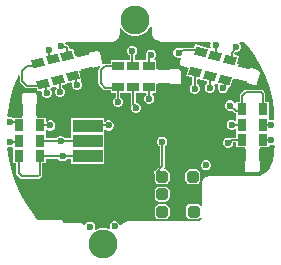
<source format=gtl>
G04*
G04 #@! TF.GenerationSoftware,Altium Limited,Altium Designer,23.3.1 (30)*
G04*
G04 Layer_Physical_Order=1*
G04 Layer_Color=255*
%FSLAX25Y25*%
%MOIN*%
G70*
G04*
G04 #@! TF.SameCoordinates,31E1B7B5-1CAE-4E1F-A508-08906AB7C5AB*
G04*
G04*
G04 #@! TF.FilePolarity,Positive*
G04*
G01*
G75*
%ADD26R,0.02756X0.03937*%
%ADD27R,0.02756X0.03937*%
G04:AMPARAMS|DCode=28|XSize=27.56mil|YSize=39.37mil|CornerRadius=0mil|HoleSize=0mil|Usage=FLASHONLY|Rotation=255.000|XOffset=0mil|YOffset=0mil|HoleType=Round|Shape=Rectangle|*
%AMROTATEDRECTD28*
4,1,4,-0.01545,0.01841,0.02258,0.00822,0.01545,-0.01841,-0.02258,-0.00822,-0.01545,0.01841,0.0*
%
%ADD28ROTATEDRECTD28*%

G04:AMPARAMS|DCode=29|XSize=27.56mil|YSize=39.37mil|CornerRadius=0mil|HoleSize=0mil|Usage=FLASHONLY|Rotation=255.000|XOffset=0mil|YOffset=0mil|HoleType=Round|Shape=Rectangle|*
%AMROTATEDRECTD29*
4,1,4,-0.01545,0.01841,0.02258,0.00822,0.01545,-0.01841,-0.02258,-0.00822,-0.01545,0.01841,0.0*
%
%ADD29ROTATEDRECTD29*%

%ADD30R,0.03937X0.02756*%
%ADD31R,0.03937X0.02756*%
G04:AMPARAMS|DCode=32|XSize=27.56mil|YSize=39.37mil|CornerRadius=0mil|HoleSize=0mil|Usage=FLASHONLY|Rotation=285.000|XOffset=0mil|YOffset=0mil|HoleType=Round|Shape=Rectangle|*
%AMROTATEDRECTD32*
4,1,4,-0.02258,0.00822,0.01545,0.01841,0.02258,-0.00822,-0.01545,-0.01841,-0.02258,0.00822,0.0*
%
%ADD32ROTATEDRECTD32*%

G04:AMPARAMS|DCode=33|XSize=27.56mil|YSize=39.37mil|CornerRadius=0mil|HoleSize=0mil|Usage=FLASHONLY|Rotation=285.000|XOffset=0mil|YOffset=0mil|HoleType=Round|Shape=Rectangle|*
%AMROTATEDRECTD33*
4,1,4,-0.02258,0.00822,0.01545,0.01841,0.02258,-0.00822,-0.01545,-0.01841,-0.02258,0.00822,0.0*
%
%ADD33ROTATEDRECTD33*%

%ADD34R,0.09843X0.03937*%
%ADD35C,0.00500*%
G04:AMPARAMS|DCode=36|XSize=39.37mil|YSize=39.37mil|CornerRadius=9.84mil|HoleSize=0mil|Usage=FLASHONLY|Rotation=0.000|XOffset=0mil|YOffset=0mil|HoleType=Round|Shape=RoundedRectangle|*
%AMROUNDEDRECTD36*
21,1,0.03937,0.01968,0,0,0.0*
21,1,0.01968,0.03937,0,0,0.0*
1,1,0.01968,0.00984,-0.00984*
1,1,0.01968,-0.00984,-0.00984*
1,1,0.01968,-0.00984,0.00984*
1,1,0.01968,0.00984,0.00984*
%
%ADD36ROUNDEDRECTD36*%
G04:AMPARAMS|DCode=37|XSize=39.37mil|YSize=39.37mil|CornerRadius=9.84mil|HoleSize=0mil|Usage=FLASHONLY|Rotation=90.000|XOffset=0mil|YOffset=0mil|HoleType=Round|Shape=RoundedRectangle|*
%AMROUNDEDRECTD37*
21,1,0.03937,0.01968,0,0,90.0*
21,1,0.01968,0.03937,0,0,90.0*
1,1,0.01968,0.00984,0.00984*
1,1,0.01968,0.00984,-0.00984*
1,1,0.01968,-0.00984,-0.00984*
1,1,0.01968,-0.00984,0.00984*
%
%ADD37ROUNDEDRECTD37*%
%ADD38C,0.09600*%
%ADD39C,0.02362*%
G36*
X368146Y357958D02*
X368148Y356134D01*
X368159Y356082D01*
X368155Y356028D01*
X368220Y355546D01*
X368258Y355434D01*
X368286Y355318D01*
X368669Y354486D01*
X368769Y354347D01*
X368852Y354232D01*
X368852Y354232D01*
X368852Y354232D01*
X368852Y354232D01*
X369524Y353609D01*
X369650Y353532D01*
X369791Y353445D01*
X370650Y353127D01*
X370766Y353108D01*
X370880Y353078D01*
X371339Y353050D01*
X371364Y353053D01*
X371388Y353048D01*
X387576Y353049D01*
X387897Y352549D01*
X387760Y352217D01*
Y351549D01*
X387881Y351257D01*
X387814Y351181D01*
X387497Y350842D01*
X387014Y350971D01*
X382554Y352166D01*
X382246Y351018D01*
X378457D01*
X378457Y351018D01*
X378165Y350960D01*
X377997Y350848D01*
X377434Y351081D01*
X376766D01*
X376148Y350825D01*
X375675Y350352D01*
X375419Y349734D01*
Y349066D01*
X375675Y348448D01*
X376148Y347975D01*
X376766Y347719D01*
X377434D01*
X377662Y347813D01*
X378081Y347446D01*
X377694Y346001D01*
X377694Y346001D01*
X377674Y345689D01*
X377774Y345392D01*
X377981Y345157D01*
X378262Y345018D01*
X380479Y344424D01*
X379742Y341674D01*
X381735Y341140D01*
Y338903D01*
X381548Y338825D01*
X381075Y338352D01*
X380819Y337734D01*
Y337066D01*
X381075Y336448D01*
X381548Y335975D01*
X382166Y335719D01*
X382834D01*
X383452Y335975D01*
X383925Y336448D01*
X384181Y337066D01*
Y337734D01*
X383925Y338352D01*
X383452Y338825D01*
X383265Y338903D01*
Y340320D01*
X383661Y340624D01*
X384203Y340479D01*
X384511Y340396D01*
Y340396D01*
X384686Y340350D01*
X384686Y340350D01*
X386735Y339800D01*
Y339203D01*
X386548Y339125D01*
X386075Y338652D01*
X385819Y338034D01*
Y337366D01*
X386075Y336748D01*
X386548Y336275D01*
X387166Y336019D01*
X387834D01*
X388452Y336275D01*
X388925Y336748D01*
X389181Y337366D01*
Y338034D01*
X388993Y338488D01*
X389191Y338943D01*
X389263Y339021D01*
X389455Y339072D01*
X390233Y338863D01*
X390411Y338298D01*
X390219Y337834D01*
Y337166D01*
X390475Y336548D01*
X390948Y336075D01*
X391566Y335819D01*
X392234D01*
X392852Y336075D01*
X393325Y336548D01*
X393581Y337166D01*
Y337449D01*
X394081Y337832D01*
X394398Y337747D01*
X395135Y340497D01*
X402258Y338588D01*
X402258Y338588D01*
X402570Y338568D01*
X402867Y338669D01*
X403103Y338875D01*
X403241Y339156D01*
X404158Y342579D01*
X404158Y342579D01*
X404179Y342891D01*
X404078Y343188D01*
X403871Y343423D01*
X403590Y343562D01*
X396468Y345470D01*
X397210Y348239D01*
X395802Y348616D01*
X395726Y349141D01*
X396204Y349619D01*
X396634D01*
X397252Y349875D01*
X397725Y350348D01*
X397981Y350966D01*
Y351634D01*
X397725Y352252D01*
X397429Y352549D01*
X397636Y353049D01*
X399041Y353049D01*
X400277Y351541D01*
X402540Y348238D01*
X404513Y344755D01*
X406183Y341115D01*
X406859Y339231D01*
X406865Y339222D01*
X406867Y339211D01*
X407106Y338598D01*
X407530Y337353D01*
X407900Y336090D01*
X408214Y334813D01*
X408343Y334168D01*
X408466Y333552D01*
X408659Y332311D01*
X408798Y331062D01*
X408882Y329808D01*
X408897Y329181D01*
X408907Y329139D01*
X408904Y329097D01*
X409004Y328320D01*
X409089Y327321D01*
X408617Y326976D01*
X408362Y327081D01*
X407693D01*
X407600Y327042D01*
X407184Y327320D01*
Y327869D01*
X407184D01*
Y328050D01*
X407184D01*
Y332987D01*
X405965D01*
Y335700D01*
X405906Y335993D01*
X405741Y336241D01*
X405121Y336860D01*
X404873Y337026D01*
X404581Y337084D01*
X399542D01*
X399249Y337026D01*
X399001Y336860D01*
X399001Y336860D01*
X397659Y335518D01*
X397494Y335270D01*
X397435Y334977D01*
Y332987D01*
X396322D01*
Y332688D01*
X395822Y332589D01*
X395775Y332702D01*
X395302Y333175D01*
X394684Y333431D01*
X394016D01*
X393398Y333175D01*
X392925Y332702D01*
X392669Y332084D01*
Y331416D01*
X392925Y330798D01*
X393398Y330325D01*
X394016Y330069D01*
X394684D01*
X394872Y330147D01*
X395559Y329459D01*
X395559Y329459D01*
X395807Y329293D01*
X396100Y329235D01*
X396322D01*
Y328050D01*
X396322D01*
Y327869D01*
X396322D01*
Y326962D01*
X395822Y326755D01*
X395752Y326825D01*
X395134Y327081D01*
X394466D01*
X393848Y326825D01*
X393375Y326352D01*
X393119Y325734D01*
Y325066D01*
X393375Y324448D01*
X393848Y323975D01*
X394466Y323719D01*
X395134D01*
X395752Y323975D01*
X395822Y324045D01*
X396322Y323837D01*
Y322932D01*
X396322D01*
Y322750D01*
X396322D01*
Y321047D01*
X395086D01*
X394793Y320988D01*
X394588Y320852D01*
X394034Y321081D01*
X393366D01*
X392748Y320825D01*
X392275Y320352D01*
X392019Y319734D01*
Y319066D01*
X392275Y318448D01*
X392748Y317975D01*
X393366Y317719D01*
X394034D01*
X394652Y317975D01*
X395125Y318448D01*
X395381Y319066D01*
Y319496D01*
X395403Y319517D01*
X396322D01*
Y317813D01*
X399169D01*
Y310439D01*
X399230Y310132D01*
X399404Y309872D01*
X399664Y309698D01*
X399972Y309636D01*
X403515D01*
X403822Y309698D01*
X404083Y309872D01*
X404257Y310132D01*
X404318Y310439D01*
Y317813D01*
X407184D01*
Y318295D01*
X407600Y318573D01*
X407705Y318529D01*
X408374D01*
X408641Y318640D01*
X409114Y318295D01*
X409007Y317017D01*
X408904Y316201D01*
X408905Y316183D01*
X408900Y316165D01*
X408867Y315760D01*
X408765Y314953D01*
X408629Y314152D01*
X408457Y313357D01*
X408354Y312964D01*
X408354Y312964D01*
X408353Y312963D01*
X408250Y312566D01*
X407945Y311804D01*
X407549Y311086D01*
X407066Y310422D01*
X406504Y309824D01*
X405872Y309300D01*
X405180Y308859D01*
X404439Y308508D01*
X404171Y308420D01*
X398251Y308420D01*
X387883D01*
X387842Y308412D01*
X387800Y308416D01*
X387356Y308370D01*
X387244Y308335D01*
X387129Y308312D01*
X386308Y307970D01*
X386180Y307884D01*
X386050Y307797D01*
X385421Y307168D01*
X385333Y307037D01*
X385247Y306909D01*
X384905Y306088D01*
X384882Y305973D01*
X384847Y305861D01*
X384801Y305417D01*
X384805Y305375D01*
X384797Y305335D01*
X384797Y303026D01*
Y298392D01*
X384297Y298240D01*
X384154Y298454D01*
X383663Y298782D01*
X383084Y298898D01*
X381116D01*
X380537Y298782D01*
X380046Y298454D01*
X379718Y297963D01*
X379602Y297384D01*
Y295416D01*
X379718Y294837D01*
X380046Y294346D01*
X380537Y294018D01*
X381116Y293902D01*
X383084D01*
X383663Y294018D01*
X384154Y294346D01*
X384713Y294282D01*
X384781Y294211D01*
X384736Y294002D01*
X384403Y293524D01*
X383913Y293210D01*
X383697Y293171D01*
X360447D01*
X360402Y293162D01*
X360356Y293166D01*
X359893Y293113D01*
X359784Y293078D01*
X359673Y293055D01*
X358821Y292697D01*
X358693Y292611D01*
X358565Y292525D01*
X357943Y291904D01*
X357747Y291911D01*
X357433Y291983D01*
X357398Y292004D01*
X357225Y292422D01*
X356752Y292895D01*
X356134Y293150D01*
X355466D01*
X354848Y292895D01*
X354375Y292422D01*
X354119Y291804D01*
Y291135D01*
X354229Y290870D01*
X354100Y290677D01*
X353849Y290480D01*
X352600Y290815D01*
X351200D01*
X349849Y290453D01*
X349612Y290316D01*
X349215Y290664D01*
X349381Y291066D01*
Y291734D01*
X349125Y292352D01*
X348652Y292825D01*
X348034Y293081D01*
X347366D01*
X346748Y292825D01*
X346275Y292352D01*
X346195Y292160D01*
X345596Y292019D01*
X345278Y292295D01*
X345153Y292367D01*
X345006Y292450D01*
X344265Y292699D01*
X344148Y292714D01*
X344033Y292740D01*
X343641Y292752D01*
X343629Y292750D01*
X343617Y292752D01*
X338900Y292751D01*
X338840Y292751D01*
X338728Y292791D01*
X338635Y292865D01*
X338573Y292966D01*
X338560Y293024D01*
X338532Y293087D01*
X338518Y293156D01*
X338469Y293229D01*
X338433Y293310D01*
X338383Y293358D01*
X338344Y293416D01*
X338270Y293465D01*
X338206Y293526D01*
X338141Y293551D01*
X338084Y293590D01*
X337997Y293607D01*
X337914Y293639D01*
X337844Y293638D01*
X337776Y293651D01*
X330072Y293651D01*
X328883Y295157D01*
X326610Y298513D01*
X324640Y302050D01*
X322986Y305745D01*
X321658Y309570D01*
X320667Y313495D01*
X320022Y317492D01*
X320014Y317592D01*
X320490Y317936D01*
X320707Y317846D01*
X321376D01*
X321500Y317898D01*
X321526Y317880D01*
X321916Y317613D01*
Y317432D01*
X321916D01*
Y312495D01*
X323029D01*
Y309106D01*
X323087Y308814D01*
X323253Y308566D01*
X324259Y307559D01*
X324507Y307394D01*
X324800Y307335D01*
X330400D01*
X330693Y307394D01*
X330941Y307559D01*
X331441Y308059D01*
X331607Y308307D01*
X331665Y308600D01*
X331665Y308600D01*
Y312495D01*
X332778D01*
Y314035D01*
X336997D01*
X337075Y313848D01*
X337548Y313375D01*
X338166Y313119D01*
X338834D01*
X339452Y313375D01*
X339925Y313848D01*
X340003Y314035D01*
X341379D01*
Y312313D01*
X352221D01*
Y317250D01*
X352221D01*
Y317431D01*
X352221D01*
Y322050D01*
X352221Y322369D01*
X352221Y322868D01*
Y323594D01*
X352721Y323801D01*
X352848Y323675D01*
X353466Y323419D01*
X354134D01*
X354752Y323675D01*
X355225Y324148D01*
X355481Y324766D01*
Y325434D01*
X355225Y326052D01*
X354752Y326525D01*
X354134Y326781D01*
X353466D01*
X352848Y326525D01*
X352721Y326399D01*
X352221Y326606D01*
Y327487D01*
X341379D01*
Y322868D01*
X341379Y322550D01*
X341379Y322050D01*
Y320765D01*
X339303D01*
X339225Y320952D01*
X338752Y321425D01*
X338134Y321681D01*
X337466D01*
X336848Y321425D01*
X336375Y320952D01*
X336297Y320765D01*
X332778D01*
Y322550D01*
X332778D01*
Y322731D01*
X332778D01*
Y323638D01*
X333278Y323845D01*
X333448Y323675D01*
X334066Y323419D01*
X334734D01*
X335352Y323675D01*
X335825Y324148D01*
X336081Y324766D01*
Y325434D01*
X335825Y326052D01*
X335352Y326525D01*
X334734Y326781D01*
X334066D01*
X333448Y326525D01*
X333278Y326355D01*
X332778Y326562D01*
Y327668D01*
X329931D01*
Y335043D01*
X329870Y335350D01*
X329696Y335610D01*
X329436Y335784D01*
X329128Y335845D01*
X325585D01*
X325278Y335784D01*
X325017Y335610D01*
X324843Y335350D01*
X324782Y335043D01*
Y327668D01*
X321916D01*
Y327668D01*
X321893Y327653D01*
X321350Y327878D01*
X320681D01*
X320510Y327807D01*
X320042Y328155D01*
X320189Y329605D01*
X320945Y333583D01*
X322043Y337479D01*
X323476Y341266D01*
X323729Y341791D01*
X324216Y341680D01*
Y339877D01*
X324275Y339584D01*
X324440Y339336D01*
X325965Y337811D01*
X326213Y337646D01*
X326506Y337587D01*
X329795D01*
X330097Y336458D01*
X331188Y336751D01*
X331556Y336331D01*
X331498Y336193D01*
Y335524D01*
X331754Y334906D01*
X332227Y334433D01*
X332845Y334177D01*
X333514D01*
X334132Y334433D01*
X334604Y334906D01*
X334860Y335524D01*
Y336193D01*
X334604Y336811D01*
X334338Y337077D01*
X334488Y337635D01*
X335041Y337783D01*
X335041Y337783D01*
Y337783D01*
X336043Y338051D01*
X336513Y337660D01*
X336502Y337479D01*
X336175Y337152D01*
X335919Y336534D01*
Y335866D01*
X336175Y335248D01*
X336648Y334775D01*
X337266Y334519D01*
X337934D01*
X338552Y334775D01*
X339025Y335248D01*
X339281Y335866D01*
Y336534D01*
X339025Y337152D01*
X338552Y337625D01*
X338365Y337703D01*
Y338674D01*
X339810Y339061D01*
X339810Y339061D01*
X339985Y339108D01*
X339985Y339108D01*
X340293Y339190D01*
X341295Y339459D01*
X341663Y339040D01*
X341619Y338934D01*
Y338266D01*
X341875Y337648D01*
X342348Y337175D01*
X342966Y336919D01*
X343634D01*
X344252Y337175D01*
X344725Y337648D01*
X344981Y338266D01*
Y338934D01*
X344725Y339552D01*
X344482Y339795D01*
X344632Y340353D01*
X344753Y340385D01*
X344017Y343135D01*
X350776Y344946D01*
X351034Y344498D01*
X350622Y344085D01*
X350456Y343837D01*
X350398Y343545D01*
Y339142D01*
X350456Y338849D01*
X350622Y338601D01*
X352064Y337159D01*
X352064Y337159D01*
X352312Y336994D01*
X352605Y336935D01*
X352605Y336935D01*
X354495D01*
Y335922D01*
X356199D01*
Y334503D01*
X356012Y334425D01*
X355539Y333952D01*
X355283Y333334D01*
Y332666D01*
X355539Y332048D01*
X356012Y331575D01*
X356629Y331319D01*
X357298D01*
X357916Y331575D01*
X358389Y332048D01*
X358645Y332666D01*
Y333334D01*
X358389Y333952D01*
X357916Y334425D01*
X357729Y334503D01*
Y335922D01*
X359432D01*
Y335922D01*
X359613D01*
Y335922D01*
X361317D01*
Y332322D01*
X361375Y332029D01*
X361456Y331908D01*
X361219Y331334D01*
Y330666D01*
X361475Y330048D01*
X361948Y329575D01*
X362566Y329319D01*
X363234D01*
X363852Y329575D01*
X364325Y330048D01*
X364581Y330666D01*
Y331334D01*
X364325Y331952D01*
X363852Y332425D01*
X363234Y332681D01*
X362847D01*
Y335922D01*
X364550D01*
Y335922D01*
X364732D01*
Y335922D01*
X366341D01*
X366444Y335440D01*
X366445Y335422D01*
X365975Y334952D01*
X365719Y334334D01*
Y333666D01*
X365975Y333048D01*
X366448Y332575D01*
X367066Y332319D01*
X367734D01*
X368352Y332575D01*
X368825Y333048D01*
X369081Y333666D01*
Y334334D01*
X368825Y334952D01*
X368355Y335422D01*
X368355Y335440D01*
X368459Y335922D01*
X369669D01*
Y338769D01*
X377043D01*
X377350Y338830D01*
X377610Y339004D01*
X377784Y339264D01*
X377845Y339572D01*
Y343115D01*
X377784Y343422D01*
X377610Y343683D01*
X377350Y343857D01*
X377043Y343918D01*
X369669D01*
Y346784D01*
X368946D01*
X368832Y347217D01*
X368829Y347284D01*
X369290Y347745D01*
X369546Y348363D01*
Y349031D01*
X369290Y349649D01*
X368817Y350122D01*
X368199Y350378D01*
X367530D01*
X366912Y350122D01*
X366440Y349649D01*
X366184Y349031D01*
Y348363D01*
X366428Y347773D01*
X366393Y347721D01*
X366335Y347428D01*
Y346784D01*
X364732D01*
Y346784D01*
X364550D01*
Y346784D01*
X362465D01*
Y348497D01*
X362652Y348575D01*
X363125Y349048D01*
X363381Y349666D01*
Y350334D01*
X363125Y350952D01*
X362652Y351425D01*
X362034Y351681D01*
X361366D01*
X360748Y351425D01*
X360275Y350952D01*
X360019Y350334D01*
Y349666D01*
X360275Y349048D01*
X360748Y348575D01*
X360935Y348497D01*
Y346784D01*
X359613D01*
Y346784D01*
X359432D01*
Y346784D01*
X354495D01*
Y345671D01*
X352524D01*
X352232Y345613D01*
X352199Y345591D01*
X352092Y345619D01*
X351717Y345870D01*
X351707Y346027D01*
X350790Y349449D01*
Y349450D01*
X350651Y349730D01*
X350416Y349937D01*
X350119Y350038D01*
X349807Y350017D01*
X342684Y348109D01*
X341942Y350877D01*
X341237Y350689D01*
X340773Y351082D01*
X340750Y351196D01*
X340584Y351444D01*
X340144Y351884D01*
X339896Y352050D01*
X339604Y352108D01*
X339564Y352184D01*
X339381Y352538D01*
X339602Y353028D01*
X354492Y353029D01*
X354884Y353021D01*
X355000Y353042D01*
X355117Y353051D01*
X355826Y353250D01*
X355963Y353320D01*
X356101Y353389D01*
X356682Y353841D01*
X356783Y353957D01*
X356885Y354074D01*
X357253Y354712D01*
X357290Y354822D01*
X357339Y354927D01*
X357424Y355287D01*
X357428Y355381D01*
X357446Y355473D01*
X357445Y357572D01*
X357945Y357706D01*
X358447Y356837D01*
X359436Y355847D01*
X360648Y355147D01*
X362000Y354785D01*
X363400D01*
X364752Y355147D01*
X365964Y355847D01*
X366953Y356837D01*
X367653Y358049D01*
X368146Y357958D01*
D02*
G37*
%LPC*%
G36*
X386634Y313481D02*
X385966D01*
X385348Y313225D01*
X384875Y312752D01*
X384619Y312134D01*
Y311466D01*
X384875Y310848D01*
X385348Y310375D01*
X385966Y310119D01*
X386634D01*
X387252Y310375D01*
X387725Y310848D01*
X387981Y311466D01*
Y312134D01*
X387725Y312752D01*
X387252Y313225D01*
X386634Y313481D01*
D02*
G37*
G36*
X382884Y310498D02*
X380916D01*
X380337Y310382D01*
X379846Y310054D01*
X379518Y309563D01*
X379402Y308984D01*
Y307016D01*
X379518Y306437D01*
X379846Y305946D01*
X380337Y305618D01*
X380916Y305502D01*
X382884D01*
X383463Y305618D01*
X383954Y305946D01*
X384282Y306437D01*
X384398Y307016D01*
Y308984D01*
X384282Y309563D01*
X383954Y310054D01*
X383463Y310382D01*
X382884Y310498D01*
D02*
G37*
G36*
X372034Y321381D02*
X371366D01*
X370748Y321125D01*
X370275Y320652D01*
X370019Y320034D01*
Y319366D01*
X370275Y318748D01*
X370748Y318275D01*
X370968Y318183D01*
Y311747D01*
X369259Y310038D01*
X369093Y309790D01*
X369035Y309497D01*
Y309100D01*
X369093Y308807D01*
X369102Y308794D01*
Y307016D01*
X369218Y306437D01*
X369546Y305946D01*
X370037Y305618D01*
X370616Y305502D01*
X372584D01*
X373163Y305618D01*
X373654Y305946D01*
X373982Y306437D01*
X374098Y307016D01*
Y308984D01*
X373982Y309563D01*
X373654Y310054D01*
X373163Y310382D01*
X372584Y310498D01*
X372518D01*
X372346Y310998D01*
X372439Y311138D01*
X372498Y311430D01*
Y318211D01*
X372652Y318275D01*
X373125Y318748D01*
X373381Y319366D01*
Y320034D01*
X373125Y320652D01*
X372652Y321125D01*
X372034Y321381D01*
D02*
G37*
G36*
X372604Y304710D02*
X370635D01*
X370056Y304595D01*
X369565Y304267D01*
X369237Y303776D01*
X369122Y303197D01*
Y301228D01*
X369237Y300649D01*
X369565Y300158D01*
X370056Y299830D01*
X370635Y299715D01*
X372604D01*
X373183Y299830D01*
X373674Y300158D01*
X374002Y300649D01*
X374117Y301228D01*
Y303197D01*
X374002Y303776D01*
X373674Y304267D01*
X373183Y304595D01*
X372604Y304710D01*
D02*
G37*
G36*
X372604Y298856D02*
X370635D01*
X370056Y298741D01*
X369565Y298413D01*
X369237Y297922D01*
X369122Y297343D01*
Y295374D01*
X369237Y294795D01*
X369565Y294304D01*
X370056Y293976D01*
X370635Y293861D01*
X372604D01*
X373183Y293976D01*
X373674Y294304D01*
X374002Y294795D01*
X374117Y295374D01*
Y297343D01*
X374002Y297922D01*
X373674Y298413D01*
X373183Y298741D01*
X372604Y298856D01*
D02*
G37*
%LPD*%
D26*
X398200Y315162D02*
D03*
Y320282D02*
D03*
X330900Y330319D02*
D03*
Y325200D02*
D03*
D27*
X405306Y315164D02*
D03*
Y320282D02*
D03*
X398200Y325400D02*
D03*
X405306D02*
D03*
Y330518D02*
D03*
X398200D02*
D03*
X323794Y330318D02*
D03*
Y325200D02*
D03*
X330900Y320082D02*
D03*
X323794D02*
D03*
Y314964D02*
D03*
X330900D02*
D03*
D28*
X397445Y338875D02*
D03*
X392500Y340200D02*
D03*
D29*
X399283Y345740D02*
D03*
X394339Y347064D02*
D03*
X387556Y341525D02*
D03*
X389395Y348389D02*
D03*
X384452Y349713D02*
D03*
X382613Y342849D02*
D03*
D30*
X372319Y337800D02*
D03*
X367200D02*
D03*
D31*
X372318Y344906D02*
D03*
X367200D02*
D03*
X362082Y337800D02*
D03*
Y344906D02*
D03*
X356964D02*
D03*
Y337800D02*
D03*
D32*
X346828Y342885D02*
D03*
X341883Y341561D02*
D03*
D33*
X344987Y349749D02*
D03*
X340044Y348425D02*
D03*
X336939Y340236D02*
D03*
X335100Y347100D02*
D03*
X330156Y345775D02*
D03*
X331996Y338911D02*
D03*
D34*
X346800Y314782D02*
D03*
Y319900D02*
D03*
Y325018D02*
D03*
Y330136D02*
D03*
D35*
X369800Y309497D02*
X371733Y311430D01*
X331064Y314800D02*
X346782D01*
X346800Y314782D01*
X330900Y314964D02*
X331064Y314800D01*
X378457Y350254D02*
X383912D01*
X377100Y349400D02*
X377604D01*
X378457Y350254D01*
X371733Y311430D02*
Y319667D01*
X369800Y309100D02*
Y309497D01*
X381735Y343726D02*
X382613Y342849D01*
X382500Y342737D02*
X382613Y342849D01*
X382500Y337400D02*
Y342737D01*
X326506Y338352D02*
X331436D01*
X324981Y339877D02*
X326506Y338352D01*
X324981Y339877D02*
Y343242D01*
X331996Y338911D02*
X333082Y337825D01*
Y335956D02*
Y337825D01*
Y335956D02*
X333179Y335858D01*
X331000Y325100D02*
X334400D01*
X330900Y325200D02*
X331000Y325100D01*
X321016Y326197D02*
X322797D01*
X323794Y325200D01*
X387500Y337700D02*
Y341468D01*
X362900Y331000D02*
Y331504D01*
X387500Y341468D02*
X387556Y341525D01*
X343019Y338881D02*
X343300Y338600D01*
X341883Y341561D02*
X343019Y340425D01*
Y338881D02*
Y340425D01*
X367400Y334000D02*
Y337600D01*
X346882Y325100D02*
X353800D01*
X394204Y319400D02*
X395086Y320282D01*
X398200D01*
X393700Y319400D02*
X394204D01*
X391900Y337500D02*
X392500Y338100D01*
Y340200D01*
X367200Y337800D02*
X367400Y337600D01*
X337800Y320000D02*
X346700D01*
X330982D02*
X337800D01*
X371700Y319700D02*
X371733Y319667D01*
X330900Y320082D02*
X330982Y320000D01*
X346700D02*
X346800Y319900D01*
X336939Y340236D02*
X337600Y339575D01*
Y336200D02*
Y339575D01*
X383912Y350254D02*
X384452Y349713D01*
X405306Y320282D02*
X405378Y320210D01*
X408040D01*
X405306Y325400D02*
X408028D01*
X397682Y330000D02*
X398200Y330518D01*
X396100Y330000D02*
X397682D01*
X394350Y331750D02*
X396100Y330000D01*
X405200Y330624D02*
X405306Y330518D01*
X405200Y330624D02*
Y335700D01*
X398200Y330518D02*
Y334977D01*
X399542Y336319D01*
X404581D01*
X405200Y335700D01*
X367100Y345006D02*
Y347428D01*
X367865Y348193D02*
Y348697D01*
X367100Y347428D02*
X367865Y348193D01*
X367100Y345006D02*
X367200Y344906D01*
X389395Y348389D02*
X389441Y348434D01*
Y351883D01*
X361700Y345288D02*
X362082Y344906D01*
X361700Y345288D02*
Y350000D01*
X356864Y337700D02*
X356964Y337800D01*
X352605Y337700D02*
X356864D01*
X351163Y339142D02*
X352605Y337700D01*
X351163Y339142D02*
Y343545D01*
X352524Y344906D01*
X356964D01*
X333964Y348236D02*
Y350236D01*
X333800Y350400D02*
X333964Y350236D01*
Y348236D02*
X335100Y347100D01*
X331436Y338352D02*
X331996Y338911D01*
X324981Y343242D02*
X326637Y344898D01*
X329279D01*
X330156Y345775D01*
X330400Y308100D02*
X330900Y308600D01*
Y314964D01*
X324800Y308100D02*
X330400D01*
X323794Y309106D02*
X324800Y308100D01*
X323794Y309106D02*
Y314964D01*
X323239Y319527D02*
X323794Y320082D01*
X321041Y319527D02*
X323239D01*
X394339Y347064D02*
X394866Y347591D01*
Y349362D01*
X396300Y350796D01*
Y351300D01*
X340044Y348425D02*
Y350903D01*
X338256Y351344D02*
X339603D01*
X337900Y351700D02*
X338256Y351344D01*
X339603D02*
X340044Y350903D01*
X394800Y325400D02*
X398200D01*
X362082Y332322D02*
Y337800D01*
Y332322D02*
X362900Y331504D01*
X394350Y331750D02*
X394617D01*
X356964Y333000D02*
Y337800D01*
X346800Y325018D02*
X346882Y325100D01*
D36*
X381900Y302100D02*
D03*
X371619Y302212D02*
D03*
X371619Y296359D02*
D03*
D37*
X382100Y296400D02*
D03*
X371600Y308000D02*
D03*
X381900D02*
D03*
D38*
X362700Y360100D02*
D03*
X351900Y285500D02*
D03*
D39*
X338500Y314800D02*
D03*
X377100Y349400D02*
D03*
X382500Y337400D02*
D03*
X333179Y335858D02*
D03*
X334400Y325100D02*
D03*
X321016Y326197D02*
D03*
X362900Y331000D02*
D03*
X387500Y337700D02*
D03*
X343300Y338600D02*
D03*
X367400Y334000D02*
D03*
X353800Y325100D02*
D03*
X337800Y320000D02*
D03*
X347700Y291400D02*
D03*
X393700Y319400D02*
D03*
X391900Y337500D02*
D03*
X344200Y302400D02*
D03*
X386300Y311800D02*
D03*
X337600Y336200D02*
D03*
X408040Y320210D02*
D03*
X408028Y325400D02*
D03*
X367865Y348697D02*
D03*
X389441Y351883D02*
D03*
X361700Y350000D02*
D03*
X333800Y350400D02*
D03*
X321041Y319527D02*
D03*
X396300Y351300D02*
D03*
X337900Y351700D02*
D03*
X394800Y325400D02*
D03*
X394350Y331750D02*
D03*
X356964Y333000D02*
D03*
X359100Y323900D02*
D03*
X371700Y319700D02*
D03*
X355800Y291469D02*
D03*
M02*

</source>
